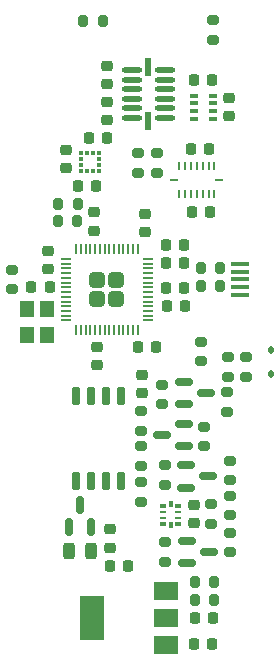
<source format=gbr>
%TF.GenerationSoftware,KiCad,Pcbnew,(7.0.0)*%
%TF.CreationDate,2023-12-17T22:30:30-08:00*%
%TF.ProjectId,Lyrav3,4c797261-7633-42e6-9b69-6361645f7063,rev?*%
%TF.SameCoordinates,Original*%
%TF.FileFunction,Paste,Bot*%
%TF.FilePolarity,Positive*%
%FSLAX46Y46*%
G04 Gerber Fmt 4.6, Leading zero omitted, Abs format (unit mm)*
G04 Created by KiCad (PCBNEW (7.0.0)) date 2023-12-17 22:30:30*
%MOMM*%
%LPD*%
G01*
G04 APERTURE LIST*
G04 Aperture macros list*
%AMRoundRect*
0 Rectangle with rounded corners*
0 $1 Rounding radius*
0 $2 $3 $4 $5 $6 $7 $8 $9 X,Y pos of 4 corners*
0 Add a 4 corners polygon primitive as box body*
4,1,4,$2,$3,$4,$5,$6,$7,$8,$9,$2,$3,0*
0 Add four circle primitives for the rounded corners*
1,1,$1+$1,$2,$3*
1,1,$1+$1,$4,$5*
1,1,$1+$1,$6,$7*
1,1,$1+$1,$8,$9*
0 Add four rect primitives between the rounded corners*
20,1,$1+$1,$2,$3,$4,$5,0*
20,1,$1+$1,$4,$5,$6,$7,0*
20,1,$1+$1,$6,$7,$8,$9,0*
20,1,$1+$1,$8,$9,$2,$3,0*%
G04 Aperture macros list end*
%ADD10R,0.250000X0.800000*%
%ADD11R,0.800000X0.250000*%
%ADD12RoundRect,0.112500X0.112500X-0.187500X0.112500X0.187500X-0.112500X0.187500X-0.112500X-0.187500X0*%
%ADD13R,0.700000X0.350000*%
%ADD14RoundRect,0.225000X-0.225000X-0.250000X0.225000X-0.250000X0.225000X0.250000X-0.225000X0.250000X0*%
%ADD15R,0.350000X0.375000*%
%ADD16R,0.375000X0.350000*%
%ADD17RoundRect,0.200000X-0.200000X-0.275000X0.200000X-0.275000X0.200000X0.275000X-0.200000X0.275000X0*%
%ADD18RoundRect,0.225000X0.250000X-0.225000X0.250000X0.225000X-0.250000X0.225000X-0.250000X-0.225000X0*%
%ADD19RoundRect,0.200000X-0.275000X0.200000X-0.275000X-0.200000X0.275000X-0.200000X0.275000X0.200000X0*%
%ADD20RoundRect,0.225000X-0.250000X0.225000X-0.250000X-0.225000X0.250000X-0.225000X0.250000X0.225000X0*%
%ADD21RoundRect,0.249999X0.395001X-0.395001X0.395001X0.395001X-0.395001X0.395001X-0.395001X-0.395001X0*%
%ADD22RoundRect,0.050000X0.050000X-0.387500X0.050000X0.387500X-0.050000X0.387500X-0.050000X-0.387500X0*%
%ADD23RoundRect,0.050000X0.387500X-0.050000X0.387500X0.050000X-0.387500X0.050000X-0.387500X-0.050000X0*%
%ADD24RoundRect,0.150000X-0.587500X-0.150000X0.587500X-0.150000X0.587500X0.150000X-0.587500X0.150000X0*%
%ADD25RoundRect,0.150000X0.150000X-0.587500X0.150000X0.587500X-0.150000X0.587500X-0.150000X-0.587500X0*%
%ADD26RoundRect,0.200000X0.275000X-0.200000X0.275000X0.200000X-0.275000X0.200000X-0.275000X-0.200000X0*%
%ADD27R,1.200000X1.400000*%
%ADD28RoundRect,0.150000X0.150000X-0.650000X0.150000X0.650000X-0.150000X0.650000X-0.150000X-0.650000X0*%
%ADD29RoundRect,0.200000X0.200000X0.275000X-0.200000X0.275000X-0.200000X-0.275000X0.200000X-0.275000X0*%
%ADD30R,2.000000X1.500000*%
%ADD31R,2.000000X3.800000*%
%ADD32RoundRect,0.225000X0.225000X0.250000X-0.225000X0.250000X-0.225000X-0.250000X0.225000X-0.250000X0*%
%ADD33R,1.600000X0.400000*%
%ADD34RoundRect,0.243750X-0.243750X-0.456250X0.243750X-0.456250X0.243750X0.456250X-0.243750X0.456250X0*%
%ADD35O,1.770000X0.450000*%
%ADD36R,0.600000X1.550000*%
%ADD37RoundRect,0.150000X0.587500X0.150000X-0.587500X0.150000X-0.587500X-0.150000X0.587500X-0.150000X0*%
%ADD38R,0.350000X0.630000*%
%ADD39R,0.580000X0.300000*%
%ADD40R,0.580000X0.250000*%
G04 APERTURE END LIST*
D10*
%TO.C,U2*%
X17923599Y41887298D03*
X17423599Y41887298D03*
X16923599Y41887298D03*
X16423599Y41887298D03*
X15923599Y41887298D03*
X15423599Y41887298D03*
X14923599Y41887298D03*
D11*
X14513599Y40687298D03*
D10*
X14923599Y39487298D03*
X15423599Y39487298D03*
X15923599Y39487298D03*
X16423599Y39487298D03*
X16923599Y39487298D03*
X17423599Y39487298D03*
X17923599Y39487298D03*
D11*
X18333599Y40687298D03*
%TD*%
D12*
%TO.C,D1*%
X22698800Y24215000D03*
X22698800Y26315000D03*
%TD*%
D13*
%TO.C,U7*%
X16158399Y47818199D03*
X16158399Y47168199D03*
X16158399Y46508199D03*
X16158399Y45858199D03*
X17758399Y47818199D03*
X17758399Y47168199D03*
X17758399Y46508199D03*
X17758399Y45858199D03*
%TD*%
D14*
%TO.C,C19*%
X13795800Y35154200D03*
X15345800Y35154200D03*
%TD*%
%TO.C,C18*%
X13795800Y33630200D03*
X15345800Y33630200D03*
%TD*%
D15*
%TO.C,U5*%
X8107199Y41452899D03*
X7607199Y41452899D03*
X7107199Y41452899D03*
X6607199Y41452899D03*
D16*
X6594699Y41965399D03*
X6594699Y42465399D03*
D15*
X6607199Y42977899D03*
X7107199Y42977899D03*
X7607199Y42977899D03*
X8107199Y42977899D03*
D16*
X8119699Y42465399D03*
X8119699Y41965399D03*
%TD*%
D14*
%TO.C,C22*%
X11459000Y26518200D03*
X13009000Y26518200D03*
%TD*%
D17*
%TO.C,R18*%
X16743000Y33223800D03*
X18393000Y33223800D03*
%TD*%
D18*
%TO.C,C11*%
X8830400Y45758400D03*
X8830400Y47308400D03*
%TD*%
D19*
%TO.C,R17*%
X13504000Y23330000D03*
X13504000Y21680000D03*
%TD*%
%TO.C,R6*%
X13072200Y42938799D03*
X13072200Y41288799D03*
%TD*%
D20*
%TO.C,C10*%
X8830400Y50305600D03*
X8830400Y48755600D03*
%TD*%
D21*
%TO.C,U8*%
X8017600Y30578100D03*
X9617600Y30578100D03*
X8017600Y32178100D03*
X9617600Y32178100D03*
D22*
X11417600Y27940600D03*
X11017600Y27940600D03*
X10617600Y27940600D03*
X10217600Y27940600D03*
X9817600Y27940600D03*
X9417600Y27940600D03*
X9017600Y27940600D03*
X8617600Y27940600D03*
X8217600Y27940600D03*
X7817600Y27940600D03*
X7417600Y27940600D03*
X7017600Y27940600D03*
X6617600Y27940600D03*
X6217600Y27940600D03*
D23*
X5380100Y28778100D03*
X5380100Y29178100D03*
X5380100Y29578100D03*
X5380100Y29978100D03*
X5380100Y30378100D03*
X5380100Y30778100D03*
X5380100Y31178100D03*
X5380100Y31578100D03*
X5380100Y31978100D03*
X5380100Y32378100D03*
X5380100Y32778100D03*
X5380100Y33178100D03*
X5380100Y33578100D03*
X5380100Y33978100D03*
D22*
X6217600Y34815600D03*
X6617600Y34815600D03*
X7017600Y34815600D03*
X7417600Y34815600D03*
X7817600Y34815600D03*
X8217600Y34815600D03*
X8617600Y34815600D03*
X9017600Y34815600D03*
X9417600Y34815600D03*
X9817600Y34815600D03*
X10217600Y34815600D03*
X10617600Y34815600D03*
X11017600Y34815600D03*
X11417600Y34815600D03*
D23*
X12255100Y33978100D03*
X12255100Y33578100D03*
X12255100Y33178100D03*
X12255100Y32778100D03*
X12255100Y32378100D03*
X12255100Y31978100D03*
X12255100Y31578100D03*
X12255100Y31178100D03*
X12255100Y30778100D03*
X12255100Y30378100D03*
X12255100Y29978100D03*
X12255100Y29578100D03*
X12255100Y29178100D03*
X12255100Y28778100D03*
%TD*%
D24*
%TO.C,Q2*%
X15536000Y14631000D03*
X15536000Y16531000D03*
X17411000Y15581000D03*
%TD*%
D14*
%TO.C,C17*%
X13897400Y30023400D03*
X15447400Y30023400D03*
%TD*%
D25*
%TO.C,Q1*%
X7469000Y11255100D03*
X5569000Y11255100D03*
X6519000Y13130100D03*
%TD*%
D14*
%TO.C,C14*%
X7929000Y40132600D03*
X6379000Y40132600D03*
%TD*%
D26*
%TO.C,R27*%
X17060000Y18124000D03*
X17060000Y19774000D03*
%TD*%
D19*
%TO.C,R16*%
X13758000Y10008200D03*
X13758000Y8358200D03*
%TD*%
D27*
%TO.C,X1*%
X2036799Y27540699D03*
X2036799Y29740699D03*
X3736799Y29740699D03*
X3736799Y27540699D03*
%TD*%
D28*
%TO.C,U9*%
X9998800Y15189800D03*
X8728800Y15189800D03*
X7458800Y15189800D03*
X6188800Y15189800D03*
X6188800Y22389800D03*
X7458800Y22389800D03*
X8728800Y22389800D03*
X9998800Y22389800D03*
%TD*%
D14*
%TO.C,C6*%
X16285000Y3582000D03*
X17835000Y3582000D03*
%TD*%
D19*
%TO.C,R7*%
X11421200Y42938800D03*
X11421200Y41288800D03*
%TD*%
D18*
%TO.C,C12*%
X5325200Y41681400D03*
X5325200Y43231400D03*
%TD*%
D19*
%TO.C,R19*%
X19219000Y16916000D03*
X19219000Y15266000D03*
%TD*%
D14*
%TO.C,C1*%
X16031000Y37999000D03*
X17581000Y37999000D03*
%TD*%
D18*
%TO.C,C21*%
X12081600Y36258800D03*
X12081600Y37808800D03*
%TD*%
D29*
%TO.C,R15*%
X18393000Y31699800D03*
X16743000Y31699800D03*
%TD*%
D26*
%TO.C,R2*%
X804000Y31433600D03*
X804000Y33083600D03*
%TD*%
D30*
%TO.C,U1*%
X13859999Y5881999D03*
X13859999Y3581999D03*
X13859999Y1281999D03*
D31*
X7559999Y3581999D03*
%TD*%
D32*
%TO.C,C2*%
X17444800Y43279499D03*
X15894800Y43279499D03*
%TD*%
D14*
%TO.C,C5*%
X16158000Y1423000D03*
X17708000Y1423000D03*
%TD*%
%TO.C,C7*%
X9071400Y7976200D03*
X10621400Y7976200D03*
%TD*%
D20*
%TO.C,C15*%
X16196400Y13170800D03*
X16196400Y11620800D03*
%TD*%
D33*
%TO.C,J7*%
X20076399Y33558599D03*
X20076399Y32908599D03*
X20076399Y32258599D03*
X20076399Y31608599D03*
X20066399Y30958599D03*
%TD*%
D18*
%TO.C,C8*%
X9084400Y9538000D03*
X9084400Y11088000D03*
%TD*%
D20*
%TO.C,C23*%
X8017600Y26531200D03*
X8017600Y24981200D03*
%TD*%
D17*
%TO.C,R1*%
X6814313Y54128000D03*
X8464313Y54128000D03*
%TD*%
D32*
%TO.C,C13*%
X8843400Y44247400D03*
X7293400Y44247400D03*
%TD*%
D24*
%TO.C,Q3*%
X15566000Y8220000D03*
X15566000Y10120000D03*
X17441000Y9170000D03*
%TD*%
D19*
%TO.C,R25*%
X11726000Y15075000D03*
X11726000Y13425000D03*
%TD*%
D14*
%TO.C,C25*%
X13795800Y31547400D03*
X15345800Y31547400D03*
%TD*%
D17*
%TO.C,R12*%
X16235000Y5106000D03*
X17885000Y5106000D03*
%TD*%
D29*
%TO.C,R10*%
X17885000Y6630000D03*
X16235000Y6630000D03*
%TD*%
D19*
%TO.C,R21*%
X19244400Y13932000D03*
X19244400Y12282000D03*
%TD*%
D34*
%TO.C,F1*%
X5606900Y9297000D03*
X7481900Y9297000D03*
%TD*%
D19*
%TO.C,R3*%
X16755200Y26987600D03*
X16755200Y25337600D03*
%TD*%
%TO.C,R23*%
X11726000Y18123000D03*
X11726000Y16473000D03*
%TD*%
%TO.C,R24*%
X17669600Y13220800D03*
X17669600Y11570800D03*
%TD*%
D35*
%TO.C,U4*%
X10925599Y45955799D03*
X10925599Y46755799D03*
X10925599Y47555799D03*
X10925599Y48355799D03*
X10925599Y49155799D03*
X10925599Y49955799D03*
D36*
X12335599Y50255799D03*
D35*
X13745599Y49955799D03*
X13745599Y49155799D03*
X13745599Y48355799D03*
X13745599Y47555799D03*
X13745599Y46755799D03*
X13745599Y45955799D03*
D36*
X12335599Y45655799D03*
%TD*%
D29*
%TO.C,R5*%
X6302600Y37186200D03*
X4652600Y37186200D03*
%TD*%
D26*
%TO.C,R9*%
X18965000Y21045000D03*
X18965000Y22695000D03*
%TD*%
D17*
%TO.C,R4*%
X4678000Y38656199D03*
X6328000Y38656199D03*
%TD*%
D19*
%TO.C,R20*%
X11726000Y21107000D03*
X11726000Y19457000D03*
%TD*%
D26*
%TO.C,R14*%
X17771200Y52527800D03*
X17771200Y54177800D03*
%TD*%
D37*
%TO.C,Q5*%
X15330500Y20026000D03*
X15330500Y18126000D03*
X13455500Y19076000D03*
%TD*%
D18*
%TO.C,C16*%
X3852000Y33109200D03*
X3852000Y34659200D03*
%TD*%
D38*
%TO.C,U6*%
X14220199Y13192999D03*
D39*
X13590199Y13082999D03*
D40*
X13590199Y12582999D03*
X13590199Y12082999D03*
D39*
X13590199Y11582999D03*
D38*
X14220199Y11472999D03*
D39*
X14850199Y11582999D03*
D40*
X14850199Y12082999D03*
X14850199Y12582999D03*
D39*
X14850199Y13082999D03*
%TD*%
D19*
%TO.C,R26*%
X13758000Y16535000D03*
X13758000Y14885000D03*
%TD*%
D32*
%TO.C,C24*%
X3966600Y31598200D03*
X2416600Y31598200D03*
%TD*%
%TO.C,C4*%
X17733400Y49109400D03*
X16183400Y49109400D03*
%TD*%
D24*
%TO.C,Q4*%
X15312000Y21682000D03*
X15312000Y23582000D03*
X17187000Y22632000D03*
%TD*%
D19*
%TO.C,R8*%
X19219000Y10820000D03*
X19219000Y9170000D03*
%TD*%
D18*
%TO.C,C27*%
X11776800Y22606600D03*
X11776800Y24156600D03*
%TD*%
%TO.C,C26*%
X7763600Y36373400D03*
X7763600Y37923400D03*
%TD*%
%TO.C,C3*%
X19193600Y46063200D03*
X19193600Y47613200D03*
%TD*%
D19*
%TO.C,R13*%
X20616000Y25679000D03*
X20616000Y24029000D03*
%TD*%
D26*
%TO.C,R11*%
X19092000Y24029000D03*
X19092000Y25679000D03*
%TD*%
M02*

</source>
